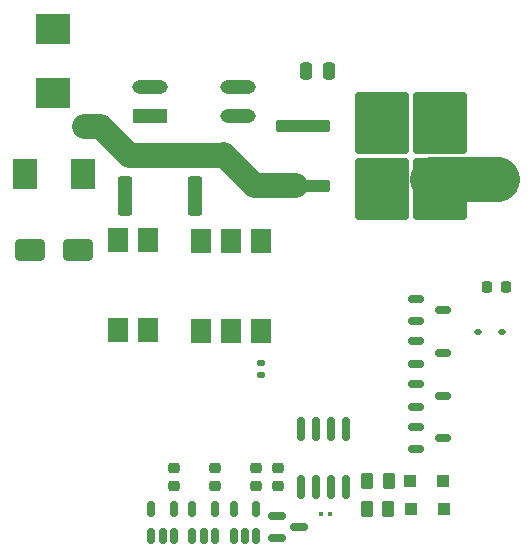
<source format=gbp>
G04 #@! TF.GenerationSoftware,KiCad,Pcbnew,(7.0.0)*
G04 #@! TF.CreationDate,2023-09-29T14:02:52-04:00*
G04 #@! TF.ProjectId,_HW_HotPlate,5f48575f-486f-4745-906c-6174652e6b69,rev?*
G04 #@! TF.SameCoordinates,Original*
G04 #@! TF.FileFunction,Paste,Bot*
G04 #@! TF.FilePolarity,Positive*
%FSLAX46Y46*%
G04 Gerber Fmt 4.6, Leading zero omitted, Abs format (unit mm)*
G04 Created by KiCad (PCBNEW (7.0.0)) date 2023-09-29 14:02:52*
%MOMM*%
%LPD*%
G01*
G04 APERTURE LIST*
G04 Aperture macros list*
%AMRoundRect*
0 Rectangle with rounded corners*
0 $1 Rounding radius*
0 $2 $3 $4 $5 $6 $7 $8 $9 X,Y pos of 4 corners*
0 Add a 4 corners polygon primitive as box body*
4,1,4,$2,$3,$4,$5,$6,$7,$8,$9,$2,$3,0*
0 Add four circle primitives for the rounded corners*
1,1,$1+$1,$2,$3*
1,1,$1+$1,$4,$5*
1,1,$1+$1,$6,$7*
1,1,$1+$1,$8,$9*
0 Add four rect primitives between the rounded corners*
20,1,$1+$1,$2,$3,$4,$5,0*
20,1,$1+$1,$4,$5,$6,$7,0*
20,1,$1+$1,$6,$7,$8,$9,0*
20,1,$1+$1,$8,$9,$2,$3,0*%
G04 Aperture macros list end*
%ADD10C,2.159000*%
%ADD11C,3.810000*%
%ADD12R,2.997200X1.193800*%
%ADD13O,2.997200X1.193800*%
%ADD14RoundRect,0.150000X0.150000X-0.512500X0.150000X0.512500X-0.150000X0.512500X-0.150000X-0.512500X0*%
%ADD15RoundRect,0.250000X-0.362500X-1.425000X0.362500X-1.425000X0.362500X1.425000X-0.362500X1.425000X0*%
%ADD16RoundRect,0.150000X-0.587500X-0.150000X0.587500X-0.150000X0.587500X0.150000X-0.587500X0.150000X0*%
%ADD17RoundRect,0.250000X-2.050000X-0.300000X2.050000X-0.300000X2.050000X0.300000X-2.050000X0.300000X0*%
%ADD18RoundRect,0.250000X-2.025000X-2.375000X2.025000X-2.375000X2.025000X2.375000X-2.025000X2.375000X0*%
%ADD19RoundRect,0.225000X0.250000X-0.225000X0.250000X0.225000X-0.250000X0.225000X-0.250000X-0.225000X0*%
%ADD20RoundRect,0.250000X-1.000000X-0.650000X1.000000X-0.650000X1.000000X0.650000X-1.000000X0.650000X0*%
%ADD21RoundRect,0.250000X0.262500X0.450000X-0.262500X0.450000X-0.262500X-0.450000X0.262500X-0.450000X0*%
%ADD22RoundRect,0.250000X0.300000X0.300000X-0.300000X0.300000X-0.300000X-0.300000X0.300000X-0.300000X0*%
%ADD23R,1.780000X2.000000*%
%ADD24RoundRect,0.150000X-0.512500X-0.150000X0.512500X-0.150000X0.512500X0.150000X-0.512500X0.150000X0*%
%ADD25RoundRect,0.079500X-0.079500X-0.100500X0.079500X-0.100500X0.079500X0.100500X-0.079500X0.100500X0*%
%ADD26R,2.100000X2.600000*%
%ADD27RoundRect,0.112500X0.187500X0.112500X-0.187500X0.112500X-0.187500X-0.112500X0.187500X-0.112500X0*%
%ADD28RoundRect,0.135000X0.185000X-0.135000X0.185000X0.135000X-0.185000X0.135000X-0.185000X-0.135000X0*%
%ADD29RoundRect,0.150000X0.150000X-0.825000X0.150000X0.825000X-0.150000X0.825000X-0.150000X-0.825000X0*%
%ADD30R,2.895600X2.603500*%
%ADD31RoundRect,0.250000X0.250000X0.475000X-0.250000X0.475000X-0.250000X-0.475000X0.250000X-0.475000X0*%
%ADD32RoundRect,0.218750X-0.218750X-0.256250X0.218750X-0.256250X0.218750X0.256250X-0.218750X0.256250X0*%
G04 APERTURE END LIST*
D10*
X128914030Y-137753230D02*
X127546100Y-137753230D01*
X131267200Y-140106400D02*
X128914030Y-137753230D01*
X145389600Y-142748000D02*
X142290800Y-142748000D01*
X141960600Y-142748000D02*
X139345724Y-140133124D01*
D11*
X162483800Y-142240000D02*
X156997400Y-142240000D01*
D10*
X139344400Y-140144500D02*
X131330700Y-140144500D01*
D12*
X133108699Y-136905999D03*
D13*
X133108699Y-134416799D03*
X140601699Y-134416799D03*
X140601699Y-136905999D03*
D14*
X138643400Y-172409700D03*
X137693400Y-172409700D03*
X136743400Y-172409700D03*
X136743400Y-170134700D03*
X138643400Y-170134700D03*
D15*
X130997100Y-143687800D03*
X136922100Y-143687800D03*
D16*
X143918700Y-172628600D03*
X143918700Y-170728600D03*
X145793700Y-171678600D03*
D17*
X146100800Y-142824200D03*
D18*
X152825800Y-137509200D03*
X152825800Y-143059200D03*
X157675800Y-137509200D03*
X157675800Y-143059200D03*
D17*
X146100800Y-137744200D03*
D19*
X142138400Y-168237200D03*
X142138400Y-166687200D03*
D20*
X123018800Y-148234400D03*
X127018800Y-148234400D03*
D21*
X153337900Y-170180000D03*
X151512900Y-170180000D03*
D22*
X157991000Y-167817800D03*
X155191000Y-167817800D03*
D23*
X130454399Y-147421599D03*
X132994399Y-147421599D03*
X132994399Y-155041599D03*
X130454399Y-155041599D03*
D24*
X155656700Y-161503400D03*
X155656700Y-159603400D03*
X157931700Y-160553400D03*
X155656700Y-154264400D03*
X155656700Y-152364400D03*
X157931700Y-153314400D03*
D25*
X147660800Y-170586400D03*
X148350800Y-170586400D03*
D26*
X127468799Y-141757399D03*
X122568799Y-141757399D03*
D19*
X144018000Y-168237200D03*
X144018000Y-166687200D03*
D24*
X155656700Y-157871200D03*
X155656700Y-155971200D03*
X157931700Y-156921200D03*
D27*
X162975000Y-155143200D03*
X160875000Y-155143200D03*
D28*
X142519400Y-158830200D03*
X142519400Y-157810200D03*
D22*
X158016400Y-170180000D03*
X155216400Y-170180000D03*
D29*
X149758400Y-168311600D03*
X148488400Y-168311600D03*
X147218400Y-168311600D03*
X145948400Y-168311600D03*
X145948400Y-163361600D03*
X147218400Y-163361600D03*
X148488400Y-163361600D03*
X149758400Y-163361600D03*
D30*
X124942599Y-134905749D03*
X124942599Y-129508249D03*
D19*
X138658600Y-168237200D03*
X138658600Y-166687200D03*
D14*
X135163600Y-172409700D03*
X134213600Y-172409700D03*
X133263600Y-172409700D03*
X133263600Y-170134700D03*
X135163600Y-170134700D03*
D21*
X153363300Y-167792400D03*
X151538300Y-167792400D03*
D31*
X148270000Y-133045200D03*
X146370000Y-133045200D03*
D14*
X142123200Y-172435100D03*
X141173200Y-172435100D03*
X140223200Y-172435100D03*
X140223200Y-170160100D03*
X142123200Y-170160100D03*
D19*
X135178800Y-168237200D03*
X135178800Y-166687200D03*
D23*
X142519399Y-155066999D03*
X139979399Y-155066999D03*
X137439399Y-155066999D03*
X137439399Y-147446999D03*
X139979399Y-147446999D03*
X142519399Y-147446999D03*
D32*
X161696300Y-151333200D03*
X163271300Y-151333200D03*
D24*
X155656700Y-165110200D03*
X155656700Y-163210200D03*
X157931700Y-164160200D03*
M02*

</source>
